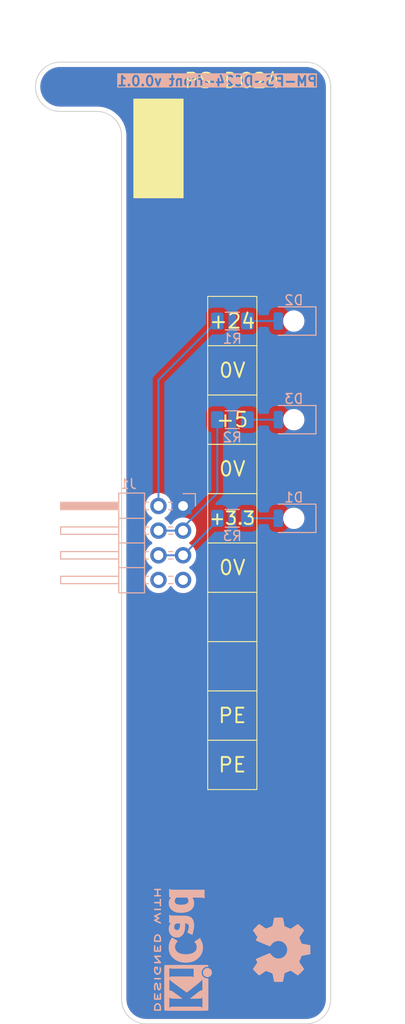
<source format=kicad_pcb>
(kicad_pcb (version 20240108) (generator "pcbnew") (generator_version "8.0")
  (layers (0 "F.Cu" signal) (31 "B.Cu" signal) (34 "B.Paste" user) (35 "F.Paste" user) (36 "B.SilkS" user "B.Silkscreen") (37 "F.SilkS" user "F.Silkscreen") (38 "B.Mask" user) (39 "F.Mask" user) (44 "Edge.Cuts" user))
  (net 0 "")
  (net 1 "+3.3V")
  (net 3 "GND")
  (net 4 "+5V")
  (net 6 "+24V")
  (net 7 "Net-(D1-A)")
  (net 8 "Net-(D2-A)")
  (net 9 "Net-(D3-A)")
  (footprint "Connector_PinHeader_2.54mm:PinHeader_2x04_P2.54mm_Horizontal" (layer "B.Cu") (at 66.04 96.52 180)
    (property "Reference" "J1" (at 5.655 2.27 0) (layer "B.SilkS") (effects (justify mirror)))
    (property "Value" "PinHeader_02x04_P2.54_THT_angle")
    (pad "1" thru_hole rect (at 0 0 180) (size 1.7 1.7) (drill 1) (layers "*.Cu" "*.Mask") (net 3 "GND"))
    (pad "2" thru_hole oval (at 2.54 0 180) (size 1.7 1.7) (drill 1) (layers "*.Cu" "*.Mask") (net 6 "+24V"))
    (pad "3" thru_hole oval (at 0 -2.54 180) (size 1.7 1.7) (drill 1) (layers "*.Cu" "*.Mask") (net 4 "+5V"))
    (pad "4" thru_hole oval (at 2.54 -2.54 180) (size 1.7 1.7) (drill 1) (layers "*.Cu" "*.Mask") (net 4 "+5V"))
    (pad "5" thru_hole oval (at 0 -5.08 180) (size 1.7 1.7) (drill 1) (layers "*.Cu" "*.Mask") (net 1 "+3.3V"))
    (pad "6" thru_hole oval (at 2.54 -5.08 180) (size 1.7 1.7) (drill 1) (layers "*.Cu" "*.Mask") (net 1 "+3.3V"))
    (pad "7" thru_hole oval (at 0 -7.62 180) (size 1.7 1.7) (drill 1) (layers "*.Cu" "*.Mask"))
    (pad "8" thru_hole oval (at 2.54 -7.62 180) (size 1.7 1.7) (drill 1) (layers "*.Cu" "*.Mask"))
  )
  (footprint "Resistor_SMD:R_1206_3216Metric_Pad1.30x1.75mm_HandSolder" (layer "B.Cu") (at 71.12 87.63)
    (property "Reference" "R2" (at 0 1.82 0) (layer "B.SilkS") (effects (justify mirror)))
    (property "Value" "620R")
    (pad "1" smd roundrect (at -1.55 0) (size 1.3 1.75) (layers "B.Cu" "B.Paste" "B.Mask") (roundrect_rratio 0.192308) (net 4 "+5V"))
    (pad "2" smd roundrect (at 1.55 0) (size 1.3 1.75) (layers "B.Cu" "B.Paste" "B.Mask") (roundrect_rratio 0.192308) (net 9 "Net-(D3-A)"))
  )
  (footprint "kicad_inventree_lib:LED_1206_3216Metric_ReverseMount_Hole1.8x2.4mm" (layer "B.Cu") (at 77.47 97.79 180)
    (property "Reference" "D1" (at 0 2.145 0) (layer "B.SilkS") (effects (justify mirror)))
    (property "Value" "Green")
    (pad "" np_thru_hole oval (at 0 0 180) (size 1.7 1.7) (drill oval 1.7) (layers "F&B.Cu" "*.Mask"))
    (pad "1" smd roundrect (at -1.6 0 180) (size 0.95 1.8) (layers "B.Cu" "B.Paste" "B.Mask") (roundrect_rratio 0.2) (net 3 "GND"))
    (pad "2" smd roundrect (at 1.6 0 180) (size 0.95 1.8) (layers "B.Cu" "B.Paste" "B.Mask") (roundrect_rratio 0.2) (net 7 "Net-(D1-A)"))
  )
  (footprint "kicad_inventree_lib:LED_1206_3216Metric_ReverseMount_Hole1.8x2.4mm" (layer "B.Cu") (at 77.47 87.63 180)
    (property "Reference" "D3" (at 0 2.145 0) (layer "B.SilkS") (effects (justify mirror)))
    (property "Value" "Green")
    (pad "" np_thru_hole oval (at 0 0 180) (size 1.7 1.7) (drill oval 1.7) (layers "F&B.Cu" "*.Mask"))
    (pad "1" smd roundrect (at -1.6 0 180) (size 0.95 1.8) (layers "B.Cu" "B.Paste" "B.Mask") (roundrect_rratio 0.2) (net 3 "GND"))
    (pad "2" smd roundrect (at 1.6 0 180) (size 0.95 1.8) (layers "B.Cu" "B.Paste" "B.Mask") (roundrect_rratio 0.2) (net 9 "Net-(D3-A)"))
  )
  (footprint "Symbol:KiCad-Logo2_5mm_SilkScreen" (layer "B.Cu") (at 66.04 142.24 90)
    (property "Reference" "Logo_kicad" (hide yes))
    (property "Value" "KiCad-Logo2_5mm_SilkScreen" (hide yes))
  )
  (footprint "Resistor_SMD:R_1206_3216Metric_Pad1.30x1.75mm_HandSolder" (layer "B.Cu") (at 71.12 97.79)
    (property "Reference" "R3" (at 0 1.82 0) (layer "B.SilkS") (effects (justify mirror)))
    (property "Value" "270")
    (pad "1" smd roundrect (at -1.55 0) (size 1.3 1.75) (layers "B.Cu" "B.Paste" "B.Mask") (roundrect_rratio 0.192308) (net 1 "+3.3V"))
    (pad "2" smd roundrect (at 1.55 0) (size 1.3 1.75) (layers "B.Cu" "B.Paste" "B.Mask") (roundrect_rratio 0.192308) (net 7 "Net-(D1-A)"))
  )
  (footprint "Symbol:OSHW-Symbol_6.7x6mm_SilkScreen" (layer "B.Cu") (at 76.2 142.24 90)
    (property "Reference" "REF**" (hide yes))
    (property "Value" "OSHW-Symbol_6.7x6mm_SilkScreen" (hide yes))
  )
  (footprint "Resistor_SMD:R_1206_3216Metric_Pad1.30x1.75mm_HandSolder" (layer "B.Cu") (at 71.12 77.47)
    (property "Reference" "R1" (at 0 1.82 0) (layer "B.SilkS") (effects (justify mirror)))
    (property "Value" "4k7")
    (pad "1" smd roundrect (at -1.55 0) (size 1.3 1.75) (layers "B.Cu" "B.Paste" "B.Mask") (roundrect_rratio 0.192308) (net 6 "+24V"))
    (pad "2" smd roundrect (at 1.55 0) (size 1.3 1.75) (layers "B.Cu" "B.Paste" "B.Mask") (roundrect_rratio 0.192308) (net 8 "Net-(D2-A)"))
  )
  (footprint "kicad_inventree_lib:LED_1206_3216Metric_ReverseMount_Hole1.8x2.4mm" (layer "B.Cu") (at 77.47 77.47 180)
    (property "Reference" "D2" (at 0 2.145 0) (layer "B.SilkS") (effects (justify mirror)))
    (property "Value" "Green")
    (pad "" np_thru_hole oval (at 0 0 180) (size 1.7 1.7) (drill oval 1.7) (layers "F&B.Cu" "*.Mask"))
    (pad "1" smd roundrect (at -1.6 0 180) (size 0.95 1.8) (layers "B.Cu" "B.Paste" "B.Mask") (roundrect_rratio 0.2) (net 3 "GND"))
    (pad "2" smd roundrect (at 1.6 0 180) (size 0.95 1.8) (layers "B.Cu" "B.Paste" "B.Mask") (roundrect_rratio 0.2) (net 8 "Net-(D2-A)"))
  )
  (gr_rect (start 68.58 95.25) (end 73.66 100.33) (stroke (width 0.1)) (fill none) (layer "F.SilkS"))
  (gr_rect (start 68.58 74.93) (end 73.66 80.01) (stroke (width 0.1)) (fill none) (layer "F.SilkS"))
  (gr_rect (start 68.58 80.01) (end 73.66 85.09) (stroke (width 0.1)) (fill none) (layer "F.SilkS"))
  (gr_rect (start 68.58 110.49) (end 73.66 115.57) (stroke (width 0.1)) (fill none) (layer "F.SilkS"))
  (gr_rect (start 68.58 115.57) (end 73.66 120.65) (stroke (width 0.1)) (fill none) (layer "F.SilkS"))
  (gr_rect (start 68.58 120.65) (end 73.66 125.73) (stroke (width 0.1)) (fill none) (layer "F.SilkS"))
  (gr_rect (start 68.58 100.33) (end 73.66 105.41) (stroke (width 0.1)) (fill none) (layer "F.SilkS"))
  (gr_rect (start 68.58 105.41) (end 73.66 110.49) (stroke (width 0.1)) (fill none) (layer "F.SilkS"))
  (gr_rect (start 68.58 85.09) (end 73.66 90.17) (stroke (width 0.1)) (fill none) (layer "F.SilkS"))
  (gr_rect (start 60.96 54.61) (end 66.04 64.77) (stroke (width 0.1)) (fill solid) (layer "F.SilkS"))
  (gr_rect (start 68.58 90.17) (end 73.66 95.25) (stroke (width 0.1)) (fill none) (layer "F.SilkS"))
  (gr_line (start 53.34 55.88) (end 57.15 55.88) (stroke (width 0.1)) (layer "Edge.Cuts"))
  (gr_line (start 53.34 50.8) (end 78.74 50.8) (stroke (width 0.1)) (layer "Edge.Cuts"))
  (gr_line (start 59.69 58.42) (end 59.69 147.32) (stroke (width 0.1)) (layer "Edge.Cuts"))
  (gr_arc (start 62.23 149.86) (mid 60.433949 149.116051) (end 59.69 147.32) (stroke (width 0.1)) (layer "Edge.Cuts"))
  (gr_arc (start 50.8 53.34) (mid 51.543949 51.543949) (end 53.34 50.8) (stroke (width 0.1)) (layer "Edge.Cuts"))
  (gr_arc (start 81.28 147.32) (mid 80.536051 149.116051) (end 78.74 149.86) (stroke (width 0.1)) (layer "Edge.Cuts"))
  (gr_arc (start 78.74 50.8) (mid 80.536051 51.543949) (end 81.28 53.34) (stroke (width 0.1)) (layer "Edge.Cuts"))
  (gr_line (start 81.28 53.34) (end 81.28 147.32) (stroke (width 0.1)) (layer "Edge.Cuts"))
  (gr_arc (start 53.34 55.88) (mid 51.543949 55.136051) (end 50.8 53.34) (stroke (width 0.1)) (layer "Edge.Cuts"))
  (gr_arc (start 57.15 55.88) (mid 58.946051 56.623949) (end 59.69 58.42) (stroke (width 0.1)) (layer "Edge.Cuts"))
  (gr_line (start 62.23 149.86) (end 78.74 149.86) (stroke (width 0.1)) (layer "Edge.Cuts"))
  (gr_text "PM-PS-DC24-front v0.0.1" (at 80.01 53.34 0) (layer "B.SilkS" knockout) (effects (font (size 1 1) (thickness 0.2) (bold yes)) (justify left bottom mirror)))
  (gr_text "0V" (at 71.12 102.87 0) (layer "F.SilkS") (effects (font (size 1.5 1.5) (thickness 0.2))))
  (gr_text "+24" (at 71.12 77.47 0) (layer "F.SilkS") (effects (font (size 1.5 1.5) (thickness 0.2))))
  (gr_text "PE" (at 71.12 123.19 0) (layer "F.SilkS") (effects (font (size 1.5 1.5) (thickness 0.2))))
  (gr_text "+5" (at 71.12 87.63 0) (layer "F.SilkS") (effects (font (size 1.5 1.5) (thickness 0.2))))
  (gr_text " " (at 71.12 113.03 0) (layer "F.SilkS") (effects (font (size 1.5 1.5) (thickness 0.2))))
  (gr_text "+3.3" (at 71.12 97.79 0) (layer "F.SilkS") (effects (font (size 1.3 1.3) (thickness 0.2))))
  (gr_text " " (at 71.12 107.95 0) (layer "F.SilkS") (effects (font (size 1.3 1.3) (thickness 0.2))))
  (gr_text "0V" (at 71.12 92.71 0) (layer "F.SilkS") (effects (font (size 1.5 1.5) (thickness 0.2))))
  (gr_text "PE" (at 71.12 118.11 0) (layer "F.SilkS") (effects (font (size 1.5 1.5) (thickness 0.2))))
  (gr_text "0V" (at 71.12 82.55 0) (layer "F.SilkS") (effects (font (size 1.5 1.5) (thickness 0.2))))
  (gr_text "PS DC24" (at 71.12 52.705 0) (layer "F.SilkS") (effects (font (size 1.5 1.5) (thickness 0.2))))
  (segment (start 69.57 98.07) (end 66.04 101.6) (width 0.2) (layer "B.Cu") (net 1))
  (segment (start 66.04 101.6) (end 63.5 101.6) (width 0.2) (layer "B.Cu") (net 1))
  (segment (start 69.57 97.79) (end 69.57 98.07) (width 0.2) (layer "B.Cu") (net 1))
  (segment (start 69.57 95.1928) (end 66.04 98.7228) (width 0.2) (layer "B.Cu") (net 4))
  (segment (start 69.57 87.63) (end 69.57 95.1928) (width 0.2) (layer "B.Cu") (net 4))
  (segment (start 66.04 99.06) (end 63.5 99.06) (width 0.2) (layer "B.Cu") (net 4))
  (segment (start 66.04 98.7228) (end 66.04 99.06) (width 0.2) (layer "B.Cu") (net 4))
  (segment (start 69.57 77.47) (end 63.5 83.54) (width 0.2) (layer "B.Cu") (net 6))
  (segment (start 63.5 83.54) (end 63.5 96.52) (width 0.2) (layer "B.Cu") (net 6))
  (segment (start 75.87 97.79) (end 72.67 97.79) (width 0.2) (layer "B.Cu") (net 7))
  (segment (start 75.87 77.47) (end 72.67 77.47) (width 0.2) (layer "B.Cu") (net 8))
  (segment (start 75.87 87.63) (end 72.67 87.63) (width 0.2) (layer "B.Cu") (net 9))
  (zone (net 3) (net_name "GND") (layer "F.Cu") (connect_pads yes (clearance 0.5)) (min_thickness 0.25) (fill yes (thermal_gap 0.5) (thermal_bridge_width 0.5))
    (polygon (pts (xy 50.8 50.8) (xy 81.28 50.8) (xy 81.28 149.86) (xy 50.8 149.86)))
  )
  (zone (net 3) (net_name "GND") (layer "B.Cu") (connect_pads yes (clearance 0.5)) (min_thickness 0.25) (fill yes (thermal_gap 0.5) (thermal_bridge_width 0.5))
    (polygon (pts (xy 81.28 50.8) (xy 50.8 50.8) (xy 50.8 149.86) (xy 81.28 149.86)))
  )
)
</source>
